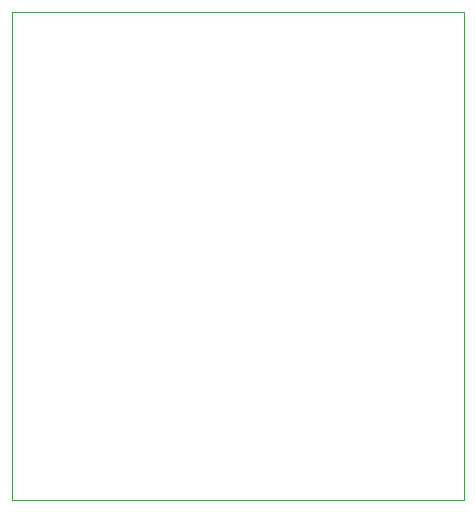
<source format=gbr>
%TF.GenerationSoftware,KiCad,Pcbnew,9.0.3*%
%TF.CreationDate,2025-11-29T09:23:08-06:00*%
%TF.ProjectId,zenith,7a656e69-7468-42e6-9b69-6361645f7063,rev?*%
%TF.SameCoordinates,Original*%
%TF.FileFunction,Profile,NP*%
%FSLAX46Y46*%
G04 Gerber Fmt 4.6, Leading zero omitted, Abs format (unit mm)*
G04 Created by KiCad (PCBNEW 9.0.3) date 2025-11-29 09:23:08*
%MOMM*%
%LPD*%
G01*
G04 APERTURE LIST*
%TA.AperFunction,Profile*%
%ADD10C,0.050000*%
%TD*%
G04 APERTURE END LIST*
D10*
X101420000Y-63750000D02*
X139700000Y-63750000D01*
X139700000Y-105120000D01*
X101420000Y-105120000D01*
X101420000Y-63750000D01*
M02*

</source>
